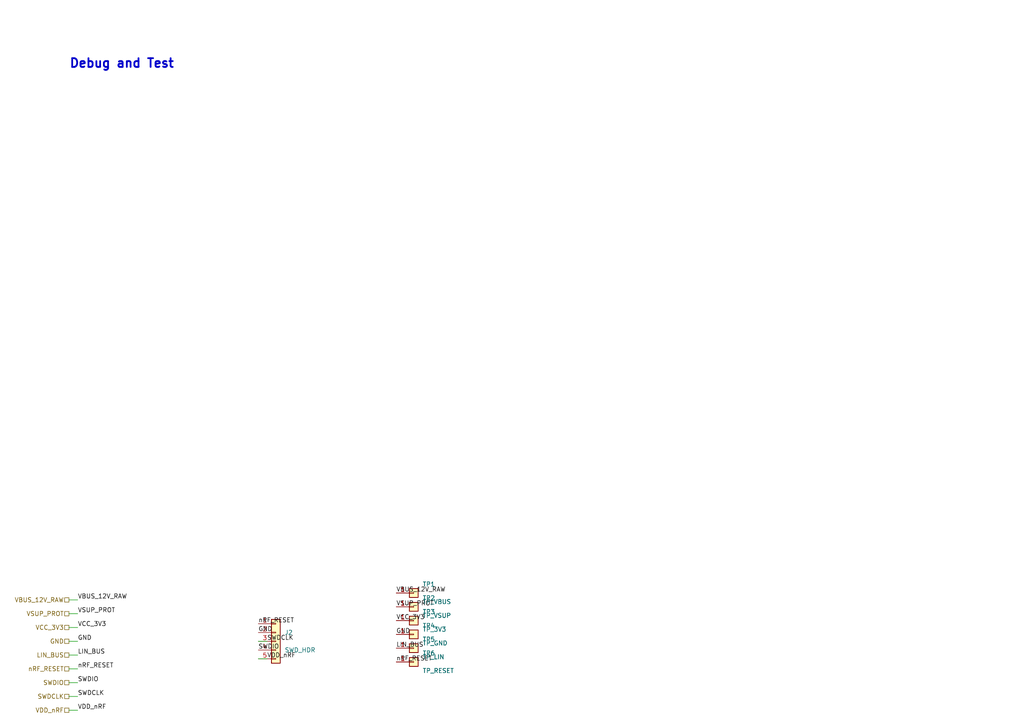
<source format=kicad_sch>
(kicad_sch (version 20250114) (generator "eeschema") (generator_version "9.0")
  (paper "A4")
  (lib_symbols
    (symbol "Connector_Generic:Conn_01x01" (pin_names (offset 1.016) (hide yes))
      (property "Reference" "J" (at 0 2.54 0))
      (property "Value" "Conn_01x01" (at 0 -2.54 0))
      (symbol "Conn_01x01_1_1"
        (rectangle (start -1.27 1.27) (end 1.27 -1.27) (stroke (width 0.254)) (fill (type background)))
        (rectangle (start -1.27 0.127) (end 0 -0.127) (stroke (width 0.1524)))
        (pin passive line (at -5.08 0 0) (length 3.81) (name "Pin_1") (number "1"))
      )
    )
    (symbol "Connector_Generic:Conn_01x03" (pin_names (offset 1.016) (hide yes))
      (property "Reference" "J" (at 0 5.08 0))
      (property "Value" "Conn_01x03" (at 0 -5.08 0))
      (symbol "Conn_01x03_1_1"
        (rectangle (start -1.27 3.81) (end 1.27 -3.81) (stroke (width 0.254)) (fill (type background)))
        (rectangle (start -1.27 2.667) (end 0 2.413) (stroke (width 0.1524)))
        (rectangle (start -1.27 0.127) (end 0 -0.127) (stroke (width 0.1524)))
        (rectangle (start -1.27 -2.413) (end 0 -2.667) (stroke (width 0.1524)))
        (pin passive line (at -5.08 2.54 0) (length 3.81) (name "Pin_1") (number "1"))
        (pin passive line (at -5.08 0 0) (length 3.81) (name "Pin_2") (number "2"))
        (pin passive line (at -5.08 -2.54 0) (length 3.81) (name "Pin_3") (number "3"))
      )
    )
    (symbol "Connector_Generic:Conn_01x05" (pin_names (offset 1.016) (hide yes))
      (property "Reference" "J" (at 0 7.62 0))
      (property "Value" "Conn_01x05" (at 0 -7.62 0))
      (symbol "Conn_01x05_1_1"
        (rectangle (start -1.27 6.35) (end 1.27 -6.35) (stroke (width 0.254)) (fill (type background)))
        (rectangle (start -1.27 5.207) (end 0 4.953) (stroke (width 0.1524)))
        (rectangle (start -1.27 2.667) (end 0 2.413) (stroke (width 0.1524)))
        (rectangle (start -1.27 0.127) (end 0 -0.127) (stroke (width 0.1524)))
        (rectangle (start -1.27 -2.413) (end 0 -2.667) (stroke (width 0.1524)))
        (rectangle (start -1.27 -4.953) (end 0 -5.207) (stroke (width 0.1524)))
        (pin passive line (at -5.08 5.08 0) (length 3.81) (name "Pin_1") (number "1"))
        (pin passive line (at -5.08 2.54 0) (length 3.81) (name "Pin_2") (number "2"))
        (pin passive line (at -5.08 0 0) (length 3.81) (name "Pin_3") (number "3"))
        (pin passive line (at -5.08 -2.54 0) (length 3.81) (name "Pin_4") (number "4"))
        (pin passive line (at -5.08 -5.08 0) (length 3.81) (name "Pin_5") (number "5"))
      )
    )
    (symbol "Device:Antenna_Chip" (pin_numbers (hide yes)) (pin_names (offset 1.016) (hide yes))
      (property "Reference" "AE" (at 0 5.08 0))
      (property "Value" "Antenna_Chip" (at 0 3.175 0))
      (symbol "Antenna_Chip_0_1"
        (polyline (pts (xy -2.54 0) (xy -2.54 -0.635)) (stroke (width 0.254)))
        (polyline (pts (xy -2.54 0) (xy -1.27 0)) (stroke (width 0.254)))
        (polyline (pts (xy -1.27 1.27) (xy -1.27 -1.27) (xy -1.27 0)) (stroke (width 0.254)))
        (polyline (pts (xy -0.635 1.27) (xy 0.635 1.27) (xy 0.635 -1.27) (xy -0.635 -1.27) (xy -0.635 1.27)) (stroke (width 0.254)))
        (polyline (pts (xy 1.27 1.27) (xy 1.27 -1.27)) (stroke (width 0.254)))
        (polyline (pts (xy 1.27 0) (xy 2.54 0)) (stroke (width 0.254)))
        (polyline (pts (xy 2.54 6.985) (xy 2.54 -1.905)) (stroke (width 0.254)))
        (polyline (pts (xy 2.54 -0.635) (xy 2.54 0)))
        (polyline (pts (xy 3.81 6.985) (xy 2.54 1.905) (xy 1.27 6.985)) (stroke (width 0.254)))
      )
      (symbol "Antenna_Chip_1_1"
        (pin input line (at -2.54 -2.54 90) (length 2.54) (name "FEED") (number "1"))
        (pin passive line (at 2.54 -2.54 90) (length 2.54) (name "PCB_Trace") (number "2"))
      )
    )
    (symbol "Device:C" (pin_numbers (hide yes)) (pin_names (offset 0.254))
      (property "Reference" "C" (at 0.635 2.54 0))
      (property "Value" "C" (at 0.635 -2.54 0))
      (symbol "C_0_1"
        (polyline (pts (xy -2.032 0.762) (xy 2.032 0.762)) (stroke (width 0.508)))
        (polyline (pts (xy -2.032 -0.762) (xy 2.032 -0.762)) (stroke (width 0.508)))
      )
      (symbol "C_1_1"
        (pin passive line (at 0 3.81 270) (length 2.794) (name "~") (number "1"))
        (pin passive line (at 0 -3.81 90) (length 2.794) (name "~") (number "2"))
      )
    )
    (symbol "Device:Crystal" (pin_numbers (hide yes)) (pin_names (offset 1.016) (hide yes))
      (property "Reference" "Y" (at 0 3.81 0))
      (property "Value" "Crystal" (at 0 -3.81 0))
      (symbol "Crystal_0_1"
        (polyline (pts (xy -2.54 0) (xy -1.905 0)))
        (polyline (pts (xy -1.905 -1.27) (xy -1.905 1.27)) (stroke (width 0.508)))
        (rectangle (start -1.143 2.54) (end 1.143 -2.54) (stroke (width 0.3048)))
        (polyline (pts (xy 1.905 -1.27) (xy 1.905 1.27)) (stroke (width 0.508)))
        (polyline (pts (xy 2.54 0) (xy 1.905 0)))
      )
      (symbol "Crystal_1_1"
        (pin passive line (at -3.81 0 0) (length 1.27) (name "1") (number "1"))
        (pin passive line (at 3.81 0 180) (length 1.27) (name "2") (number "2"))
      )
    )
    (symbol "Device:D" (pin_numbers (hide yes)) (pin_names (offset 1.016) (hide yes))
      (property "Reference" "D" (at 0 2.54 0))
      (property "Value" "D" (at 0 -2.54 0))
      (symbol "D_0_1"
        (polyline (pts (xy -1.27 1.27) (xy -1.27 -1.27)) (stroke (width 0.254)))
        (polyline (pts (xy 1.27 1.27) (xy 1.27 -1.27) (xy -1.27 0) (xy 1.27 1.27)) (stroke (width 0.254)))
        (polyline (pts (xy 1.27 0) (xy -1.27 0)))
      )
      (symbol "D_1_1"
        (pin passive line (at -3.81 0 0) (length 2.54) (name "K") (number "1"))
        (pin passive line (at 3.81 0 180) (length 2.54) (name "A") (number "2"))
      )
    )
    (symbol "Device:FerriteBead" (pin_numbers (hide yes)) (pin_names (offset 0))
      (property "Reference" "FB" (at -3.81 0.635 90))
      (property "Value" "FerriteBead" (at 3.81 0 90))
      (symbol "FerriteBead_0_1"
        (polyline (pts (xy -2.7686 0.4064) (xy -1.7018 2.2606) (xy 2.7686 -0.3048) (xy 1.6764 -2.159) (xy -2.7686 0.4064)))
        (polyline (pts (xy 0 1.27) (xy 0 1.2954)))
        (polyline (pts (xy 0 -1.27) (xy 0 -1.2192)))
      )
      (symbol "FerriteBead_1_1"
        (pin passive line (at 0 3.81 270) (length 2.54) (name "~") (number "1"))
        (pin passive line (at 0 -3.81 90) (length 2.54) (name "~") (number "2"))
      )
    )
    (symbol "Device:L" (pin_numbers (hide yes)) (pin_names (offset 1.016) (hide yes))
      (property "Reference" "L" (at -1.27 0 90))
      (property "Value" "L" (at 1.905 0 90))
      (symbol "L_0_1"
        (arc (start 0 2.54) (mid 0.6323 1.905) (end 0 1.27))
        (arc (start 0 1.27) (mid 0.6323 0.635) (end 0 0))
        (arc (start 0 0) (mid 0.6323 -0.635) (end 0 -1.27))
        (arc (start 0 -1.27) (mid 0.6323 -1.905) (end 0 -2.54))
      )
      (symbol "L_1_1"
        (pin passive line (at 0 3.81 270) (length 1.27) (name "1") (number "1"))
        (pin passive line (at 0 -3.81 90) (length 1.27) (name "2") (number "2"))
      )
    )
    (symbol "Device:R" (pin_numbers (hide yes)) (pin_names (offset 0))
      (property "Reference" "R" (at 2.032 0 90))
      (property "Value" "R" (at 0 0 90))
      (symbol "R_0_1"
        (rectangle (start -1.016 -2.54) (end 1.016 2.54) (stroke (width 0.254)))
      )
      (symbol "R_1_1"
        (pin passive line (at 0 3.81 270) (length 1.27) (name "~") (number "1"))
        (pin passive line (at 0 -3.81 90) (length 1.27) (name "~") (number "2"))
      )
    )
  )
  (text "Debug and Test" (at 20 20 0) (effects (font (size 2.54 2.54) (thickness 0.508) (bold yes)) (justify left bottom)))
  (hierarchical_label "VBUS_12V_RAW" (shape passive) (at 20 174 180))
  (hierarchical_label "VSUP_PROT" (shape passive) (at 20 178 180))
  (hierarchical_label "VCC_3V3" (shape passive) (at 20 182 180))
  (hierarchical_label "GND" (shape passive) (at 20 186 180))
  (hierarchical_label "LIN_BUS" (shape passive) (at 20 190 180))
  (hierarchical_label "nRF_RESET" (shape passive) (at 20 194 180))
  (hierarchical_label "SWDIO" (shape passive) (at 20 198 180))
  (hierarchical_label "SWDCLK" (shape passive) (at 20 202 180))
  (hierarchical_label "VDD_nRF" (shape passive) (at 20 206 180))
  (symbol (lib_id "Connector_Generic:Conn_01x05") (at 80 186 0) (unit 1)
    (property "Reference" "J2" (at 82.54 183.46 0) (effects (justify left)))
    (property "Value" "SWD_HDR" (at 82.54 188.54 0) (effects (justify left)))
  )
  (symbol (lib_id "Connector_Generic:Conn_01x01") (at 120 172 0) (unit 1)
    (property "Reference" "TP1" (at 122.54 169.46 0) (effects (justify left)))
    (property "Value" "TP_VBUS" (at 122.54 174.54 0) (effects (justify left)))
  )
  (symbol (lib_id "Connector_Generic:Conn_01x01") (at 120 176 0) (unit 1)
    (property "Reference" "TP2" (at 122.54 173.46 0) (effects (justify left)))
    (property "Value" "TP_VSUP" (at 122.54 178.54 0) (effects (justify left)))
  )
  (symbol (lib_id "Connector_Generic:Conn_01x01") (at 120 180 0) (unit 1)
    (property "Reference" "TP3" (at 122.54 177.46 0) (effects (justify left)))
    (property "Value" "TP_3V3" (at 122.54 182.54 0) (effects (justify left)))
  )
  (symbol (lib_id "Connector_Generic:Conn_01x01") (at 120 184 0) (unit 1)
    (property "Reference" "TP4" (at 122.54 181.46 0) (effects (justify left)))
    (property "Value" "TP_GND" (at 122.54 186.54 0) (effects (justify left)))
  )
  (symbol (lib_id "Connector_Generic:Conn_01x01") (at 120 188 0) (unit 1)
    (property "Reference" "TP5" (at 122.54 185.46 0) (effects (justify left)))
    (property "Value" "TP_LIN" (at 122.54 190.54 0) (effects (justify left)))
  )
  (symbol (lib_id "Connector_Generic:Conn_01x01") (at 120 192 0) (unit 1)
    (property "Reference" "TP6" (at 122.54 189.46 0) (effects (justify left)))
    (property "Value" "TP_RESET" (at 122.54 194.54 0) (effects (justify left)))
  )
  (wire (pts (xy 74.92 191.08) (xy 77.46 191.08)))
  (label "VDD_nRF" (at 77.46 191.08 0))
  (label "SWDIO" (at 74.92 188.54 0))
  (wire (pts (xy 74.92 186) (xy 77.46 186)))
  (label "SWDCLK" (at 77.46 186 0))
  (label "GND" (at 74.92 183.46 0))
  (label "nRF_RESET" (at 74.92 180.92 0))
  (label "VBUS_12V_RAW" (at 114.92 172 0))
  (label "VSUP_PROT" (at 114.92 176 0))
  (label "VCC_3V3" (at 114.92 180 0))
  (label "GND" (at 114.92 184 0))
  (label "LIN_BUS" (at 114.92 188 0))
  (label "nRF_RESET" (at 114.92 192 0))
  (wire (pts (xy 20 174) (xy 22.54 174)))
  (label "VBUS_12V_RAW" (at 22.54 174 0))
  (wire (pts (xy 20 178) (xy 22.54 178)))
  (label "VSUP_PROT" (at 22.54 178 0))
  (wire (pts (xy 20 182) (xy 22.54 182)))
  (label "VCC_3V3" (at 22.54 182 0))
  (wire (pts (xy 20 186) (xy 22.54 186)))
  (label "GND" (at 22.54 186 0))
  (wire (pts (xy 20 190) (xy 22.54 190)))
  (label "LIN_BUS" (at 22.54 190 0))
  (wire (pts (xy 20 194) (xy 22.54 194)))
  (label "nRF_RESET" (at 22.54 194 0))
  (wire (pts (xy 20 198) (xy 22.54 198)))
  (label "SWDIO" (at 22.54 198 0))
  (wire (pts (xy 20 202) (xy 22.54 202)))
  (label "SWDCLK" (at 22.54 202 0))
  (wire (pts (xy 20 206) (xy 22.54 206)))
  (label "VDD_nRF" (at 22.54 206 0))
)
</source>
